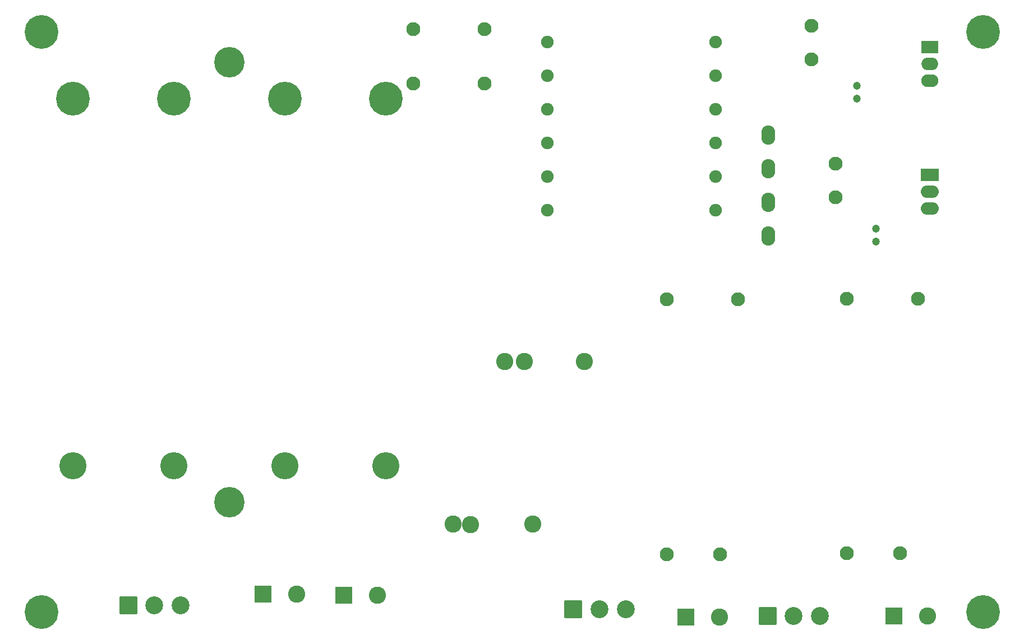
<source format=gts>
G04 Layer: TopSolderMaskLayer*
G04 EasyEDA Pro v2.1.63.af010a1c.225d47, 2024-07-27 17:45:37*
G04 Gerber Generator version 0.3*
G04 Scale: 100 percent, Rotated: No, Reflected: No*
G04 Dimensions in millimeters*
G04 Leading zeros omitted, absolute positions, 3 integers and 5 decimals*
%FSLAX35Y35*%
%MOMM*%
%AMRoundRect*1,1,$1,$2,$3*1,1,$1,$4,$5*1,1,$1,0-$2,0-$3*1,1,$1,0-$4,0-$5*20,1,$1,$2,$3,$4,$5,0*20,1,$1,$4,$5,0-$2,0-$3,0*20,1,$1,0-$2,0-$3,0-$4,0-$5,0*20,1,$1,0-$4,0-$5,$2,$3,0*4,1,4,$2,$3,$4,$5,0-$2,0-$3,0-$4,0-$5,$2,$3,0*%
%ADD10C,2.602*%
%ADD11C,1.902*%
%ADD12O,2.70159X1.9016*%
%ADD13RoundRect,0.09645X1.30257X0.90257X1.30257X-0.90257*%
%ADD14O,2.5016X1.9016*%
%ADD15O,2.6016X1.9016*%
%ADD16RoundRect,0.09645X1.20258X0.90257X1.20258X-0.90257*%
%ADD17C,2.102*%
%ADD18C,2.6016*%
%ADD19RoundRect,0.09643X-1.30178X1.30178X1.30178X1.30178*%
%ADD20C,2.69999*%
%ADD21RoundRect,0.09778X-1.25191X1.25191X1.25191X1.25191*%
%ADD22C,5.102*%
%ADD23C,2.1016*%
%ADD24O,2.1016X2.90159*%
%ADD25C,1.20002*%
%ADD26C,4.102*%
%ADD27C,4.602*%
G75*


G04 Pad Start*
G54D10*
G01X6858000Y1790700D03*
G01X7670800Y4254500D03*
G54D11*
G01X8013700Y9080500D03*
G01X8013700Y8572500D03*
G01X8013700Y8064500D03*
G01X8013700Y7556500D03*
G01X8013700Y7048500D03*
G01X8013700Y6540500D03*
G01X10553700Y9080500D03*
G01X10553700Y8572500D03*
G01X10553700Y8064500D03*
G01X10553700Y7556500D03*
G01X10553700Y7048500D03*
G01X10553700Y6540500D03*
G54D12*
G01X13792695Y6819913D03*
G01X13791705Y6565887D03*
G54D13*
G01X13792695Y7073913D03*
G54D14*
G01X13792200Y8750300D03*
G54D15*
G01X13792200Y8496300D03*
G54D16*
G01X13792200Y9004300D03*
G54D17*
G01X7067800Y8451000D03*
G01X5987800Y9271000D03*
G01X7067800Y9271000D03*
G01X5987800Y8451000D03*
G54D18*
G01X6593667Y1797181D03*
G01X7793664Y1797181D03*
G01X8575599Y4254500D03*
G01X7375601Y4254500D03*
G54D19*
G01X1686801Y571500D03*
G54D20*
G01X2082813Y571500D03*
G01X2478799Y571500D03*
G54D21*
G01X3721100Y736600D03*
G54D18*
G01X4229100Y736600D03*
G54D21*
G01X4940300Y723900D03*
G54D18*
G01X5448300Y723900D03*
G54D22*
G01X375000Y9225000D03*
G01X375000Y470000D03*
G01X14590000Y470000D03*
G01X14590000Y9225000D03*
G54D19*
G01X8405101Y508000D03*
G54D20*
G01X8801113Y508000D03*
G01X9197099Y508000D03*
G54D23*
G01X12369800Y7239000D03*
G01X12369800Y6731000D03*
G01X12001500Y9321800D03*
G01X12001500Y8813800D03*
G54D24*
G01X11353800Y7670800D03*
G01X11353800Y7162800D03*
G01X11353800Y6654800D03*
G01X11353800Y6146800D03*
G54D19*
G01X11338801Y406400D03*
G54D20*
G01X11734813Y406400D03*
G01X12130799Y406400D03*
G54D25*
G01X12979400Y6259500D03*
G01X12979400Y6059500D03*
G01X12687300Y8218500D03*
G01X12687300Y8418500D03*
G54D17*
G01X9819200Y5188900D03*
G01X10894200Y5188900D03*
G01X9819200Y1338900D03*
G01X10619200Y1338900D03*
G01X12537000Y5201600D03*
G01X13612000Y5201600D03*
G01X12537000Y1351600D03*
G01X13337000Y1351600D03*
G54D21*
G01X10109200Y393700D03*
G54D18*
G01X10617200Y393700D03*
G54D21*
G01X13246100Y406400D03*
G54D18*
G01X13754100Y406400D03*
G54D26*
G01X853100Y2678300D03*
G01X2373100Y2678300D03*
G01X4053100Y2678300D03*
G01X5573100Y2678300D03*
G54D22*
G01X2373100Y8218300D03*
G01X853100Y8218300D03*
G01X5573100Y8218300D03*
G01X4053100Y8218300D03*
G54D27*
G01X3213100Y8773300D03*
G01X3213100Y2123300D03*
G04 Pad End*

M02*

</source>
